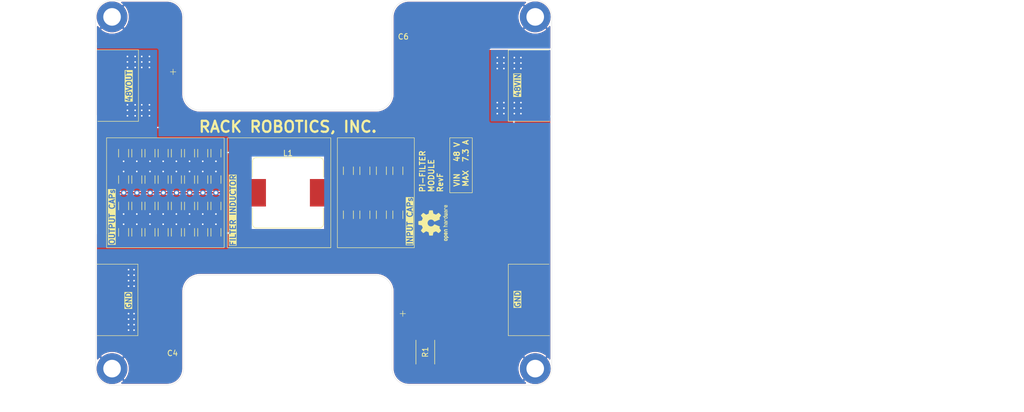
<source format=kicad_pcb>
(kicad_pcb (version 20241229) (generator "pcbnew") (generator_version "9.0")
  (title_block (title "Dual-Converter-Pi-FIlter-Module") (date "2025-05-21") (rev "F") (company "Rack Robotics, Inc.") (comment 1 "For High-Current Phase"))
  (layers (0 "F.Cu" signal) (4 "In1.Cu" power) (6 "In2.Cu" power) (2 "B.Cu" signal) (13 "F.Paste" user) (15 "B.Paste" user) (5 "F.SilkS" user "F.Silkscreen") (7 "B.SilkS" user "B.Silkscreen") (1 "F.Mask" user) (3 "B.Mask" user) (25 "Edge.Cuts" user))
  (net 0 "")
  (net 1 "GND")
  (net 2 "/FILTER_OUT")
  (net 3 "+48V")
  (footprint "MountingHole:MountingHole_3.2mm_M3_DIN965_Pad_TopBottom" (layer "F.Cu") (at 40 20)
    (property "Reference" "H1" (hide yes))
    (property "Value" "M3_DIN")
    (pad "1" thru_hole circle (at 0 0) (size 3.6 3.6) (drill 3.2) (layers "*.Cu" "*.Mask") (net 1 "GND"))
    (pad "1" connect circle (at 0 0) (size 5.6 5.6) (layers "F.Cu" "F.Mask") (net 1 "GND"))
    (pad "1" connect circle (at 0 0) (size 5.6 5.6) (layers "B.Cu" "B.Mask") (net 1 "GND"))
  )
  (footprint "Capacitor_SMD:C_1206_3216Metric" (layer "F.Cu") (at 92 48 90)
    (property "Reference" "C9" (hide yes))
    (property "Value" "10 uF")
    (pad "1" smd roundrect (at -1.475 0 90) (size 1.15 1.8) (layers "F.Cu" "F.Mask" "F.Paste") (roundrect_rratio 0.217391) (net 3 "+48V"))
    (pad "2" smd roundrect (at 1.475 0 90) (size 1.15 1.8) (layers "F.Cu" "F.Mask" "F.Paste") (roundrect_rratio 0.217391) (net 1 "GND"))
  )
  (footprint "Capacitor_SMD:C_1206_3216Metric" (layer "F.Cu") (at 44.5 44.8 90)
    (property "Reference" "C36" (hide yes))
    (property "Value" "10 uF")
    (pad "1" smd roundrect (at -1.475 0 90) (size 1.15 1.8) (layers "F.Cu" "F.Mask" "F.Paste") (roundrect_rratio 0.217391) (net 2 "/FILTER_OUT"))
    (pad "2" smd roundrect (at 1.475 0 90) (size 1.15 1.8) (layers "F.Cu" "F.Mask" "F.Paste") (roundrect_rratio 0.217391) (net 1 "GND"))
  )
  (footprint "Capacitor_SMD:C_1206_3216Metric" (layer "F.Cu") (at 49.3 54.4 90)
    (property "Reference" "C28" (hide yes))
    (property "Value" "10 uF")
    (pad "1" smd roundrect (at -1.475 0 90) (size 1.15 1.8) (layers "F.Cu" "F.Mask" "F.Paste") (roundrect_rratio 0.217391) (net 2 "/FILTER_OUT"))
    (pad "2" smd roundrect (at 1.475 0 90) (size 1.15 1.8) (layers "F.Cu" "F.Mask" "F.Paste") (roundrect_rratio 0.217391) (net 1 "GND"))
  )
  (footprint "Capacitor_SMD:C_1206_3216Metric" (layer "F.Cu") (at 42.1 54.4 90)
    (property "Reference" "C25" (hide yes))
    (property "Value" "10 uF")
    (pad "1" smd roundrect (at -1.475 0 90) (size 1.15 1.8) (layers "F.Cu" "F.Mask" "F.Paste") (roundrect_rratio 0.217391) (net 2 "/FILTER_OUT"))
    (pad "2" smd roundrect (at 1.475 0 90) (size 1.15 1.8) (layers "F.Cu" "F.Mask" "F.Paste") (roundrect_rratio 0.217391) (net 1 "GND"))
  )
  (footprint "Capacitor_SMD:C_1206_3216Metric" (layer "F.Cu") (at 44.5 54.4 90)
    (property "Reference" "C26" (hide yes))
    (property "Value" "10 uF")
    (pad "1" smd roundrect (at -1.475 0 90) (size 1.15 1.8) (layers "F.Cu" "F.Mask" "F.Paste") (roundrect_rratio 0.217391) (net 2 "/FILTER_OUT"))
    (pad "2" smd roundrect (at 1.475 0 90) (size 1.15 1.8) (layers "F.Cu" "F.Mask" "F.Paste") (roundrect_rratio 0.217391) (net 1 "GND"))
  )
  (footprint "Capacitor_SMD:C_1206_3216Metric" (layer "F.Cu") (at 51.7 54.4 90)
    (property "Reference" "C29" (hide yes))
    (property "Value" "10 uF")
    (pad "1" smd roundrect (at -1.475 0 90) (size 1.15 1.8) (layers "F.Cu" "F.Mask" "F.Paste") (roundrect_rratio 0.217391) (net 2 "/FILTER_OUT"))
    (pad "2" smd roundrect (at 1.475 0 90) (size 1.15 1.8) (layers "F.Cu" "F.Mask" "F.Paste") (roundrect_rratio 0.217391) (net 1 "GND"))
  )
  (footprint "Capacitor_SMD:C_1206_3216Metric" (layer "F.Cu") (at 89 48 90)
    (property "Reference" "C7" (hide yes))
    (property "Value" "10 uF")
    (pad "1" smd roundrect (at -1.475 0 90) (size 1.15 1.8) (layers "F.Cu" "F.Mask" "F.Paste") (roundrect_rratio 0.217391) (net 3 "+48V"))
    (pad "2" smd roundrect (at 1.475 0 90) (size 1.15 1.8) (layers "F.Cu" "F.Mask" "F.Paste") (roundrect_rratio 0.217391) (net 1 "GND"))
  )
  (footprint "Capacitor_SMD:C_1206_3216Metric" (layer "F.Cu") (at 56.5 44.8 90)
    (property "Reference" "C40" (hide yes))
    (property "Value" "10 uF")
    (pad "1" smd roundrect (at -1.475 0 90) (size 1.15 1.8) (layers "F.Cu" "F.Mask" "F.Paste") (roundrect_rratio 0.217391) (net 2 "/FILTER_OUT"))
    (pad "2" smd roundrect (at 1.475 0 90) (size 1.15 1.8) (layers "F.Cu" "F.Mask" "F.Paste") (roundrect_rratio 0.217391) (net 1 "GND"))
  )
  (footprint "Capacitor_SMD:C_1206_3216Metric" (layer "F.Cu") (at 83 48 90)
    (property "Reference" "C1" (hide yes))
    (property "Value" "10 uF")
    (pad "1" smd roundrect (at -1.475 0 90) (size 1.15 1.8) (layers "F.Cu" "F.Mask" "F.Paste") (roundrect_rratio 0.217391) (net 3 "+48V"))
    (pad "2" smd roundrect (at 1.475 0 90) (size 1.15 1.8) (layers "F.Cu" "F.Mask" "F.Paste") (roundrect_rratio 0.217391) (net 1 "GND"))
  )
  (footprint "Capacitor_SMD:C_1206_3216Metric" (layer "F.Cu") (at 56.5 59.2 -90)
    (property "Reference" "C13" (hide yes))
    (property "Value" "10 uF")
    (pad "1" smd roundrect (at -1.475 0 270) (size 1.15 1.8) (layers "F.Cu" "F.Mask" "F.Paste") (roundrect_rratio 0.217391) (net 2 "/FILTER_OUT"))
    (pad "2" smd roundrect (at 1.475 0 270) (size 1.15 1.8) (layers "F.Cu" "F.Mask" "F.Paste") (roundrect_rratio 0.217391) (net 1 "GND"))
  )
  (footprint "powercore-development:PHA225" (layer "F.Cu") (at 93.1025 27 -90)
    (property "Reference" "C6" (at -3.4 0.1025 180) (layer "F.SilkS"))
    (property "Value" "560 uF")
    (pad "1" smd rect (at 0 42) (size 2 4) (layers "F.Cu" "F.Mask" "F.Paste") (net 2 "/FILTER_OUT"))
    (pad "2" smd rect (at 0 0) (size 2 4) (layers "F.Cu" "F.Mask" "F.Paste") (net 1 "GND"))
  )
  (footprint "Capacitor_SMD:C_1206_3216Metric" (layer "F.Cu") (at 42.1 44.8 90)
    (property "Reference" "C11" (hide yes))
    (property "Value" "10 uF")
    (pad "1" smd roundrect (at -1.475 0 90) (size 1.15 1.8) (layers "F.Cu" "F.Mask" "F.Paste") (roundrect_rratio 0.217391) (net 2 "/FILTER_OUT"))
    (pad "2" smd roundrect (at 1.475 0 90) (size 1.15 1.8) (layers "F.Cu" "F.Mask" "F.Paste") (roundrect_rratio 0.217391) (net 1 "GND"))
  )
  (footprint "Capacitor_SMD:C_1206_3216Metric" (layer "F.Cu") (at 58.9 44.8 90)
    (property "Reference" "C41" (hide yes))
    (property "Value" "10 uF")
    (pad "1" smd roundrect (at -1.475 0 90) (size 1.15 1.8) (layers "F.Cu" "F.Mask" "F.Paste") (roundrect_rratio 0.217391) (net 2 "/FILTER_OUT"))
    (pad "2" smd roundrect (at 1.475 0 90) (size 1.15 1.8) (layers "F.Cu" "F.Mask" "F.Paste") (roundrect_rratio 0.217391) (net 1 "GND"))
  )
  (footprint "Capacitor_SMD:C_1206_3216Metric" (layer "F.Cu") (at 86 56 -90)
    (property "Reference" "C5" (hide yes))
    (property "Value" "10 uF")
    (pad "1" smd roundrect (at -1.475 0 270) (size 1.15 1.8) (layers "F.Cu" "F.Mask" "F.Paste") (roundrect_rratio 0.217391) (net 3 "+48V"))
    (pad "2" smd roundrect (at 1.475 0 270) (size 1.15 1.8) (layers "F.Cu" "F.Mask" "F.Paste") (roundrect_rratio 0.217391) (net 1 "GND"))
  )
  (footprint "Capacitor_SMD:C_1206_3216Metric" (layer "F.Cu") (at 83 56 -90)
    (property "Reference" "C2" (hide yes))
    (property "Value" "10 uF")
    (pad "1" smd roundrect (at -1.475 0 270) (size 1.15 1.8) (layers "F.Cu" "F.Mask" "F.Paste") (roundrect_rratio 0.217391) (net 3 "+48V"))
    (pad "2" smd roundrect (at 1.475 0 270) (size 1.15 1.8) (layers "F.Cu" "F.Mask" "F.Paste") (roundrect_rratio 0.217391) (net 1 "GND"))
  )
  (footprint "Capacitor_SMD:C_1206_3216Metric" (layer "F.Cu") (at 54.1 59.2 -90)
    (property "Reference" "C12" (hide yes))
    (property "Value" "10 uF")
    (pad "1" smd roundrect (at -1.475 0 270) (size 1.15 1.8) (layers "F.Cu" "F.Mask" "F.Paste") (roundrect_rratio 0.217391) (net 2 "/FILTER_OUT"))
    (pad "2" smd roundrect (at 1.475 0 270) (size 1.15 1.8) (layers "F.Cu" "F.Mask" "F.Paste") (roundrect_rratio 0.217391) (net 1 "GND"))
  )
  (footprint "MountingHole:MountingHole_3.2mm_M3_DIN965_Pad_TopBottom" (layer "F.Cu") (at 117 84)
    (property "Reference" "H4" (hide yes))
    (property "Value" "M3_DIN")
    (pad "1" thru_hole circle (at 0 0) (size 3.6 3.6) (drill 3.2) (layers "*.Cu" "*.Mask") (net 1 "GND"))
    (pad "1" connect circle (at 0 0) (size 5.6 5.6) (layers "F.Cu" "F.Mask") (net 1 "GND"))
    (pad "1" connect circle (at 0 0) (size 5.6 5.6) (layers "B.Cu" "B.Mask") (net 1 "GND"))
  )
  (footprint "Capacitor_SMD:C_1206_3216Metric" (layer "F.Cu") (at 46.9 54.4 90)
    (property "Reference" "C27" (hide yes))
    (property "Value" "10 uF")
    (pad "1" smd roundrect (at -1.475 0 90) (size 1.15 1.8) (layers "F.Cu" "F.Mask" "F.Paste") (roundrect_rratio 0.217391) (net 2 "/FILTER_OUT"))
    (pad "2" smd roundrect (at 1.475 0 90) (size 1.15 1.8) (layers "F.Cu" "F.Mask" "F.Paste") (roundrect_rratio 0.217391) (net 1 "GND"))
  )
  (footprint "Capacitor_SMD:C_1206_3216Metric" (layer "F.Cu") (at 46.9 49.6 -90)
    (property "Reference" "C33" (hide yes))
    (property "Value" "10 uF")
    (pad "1" smd roundrect (at -1.475 0 270) (size 1.15 1.8) (layers "F.Cu" "F.Mask" "F.Paste") (roundrect_rratio 0.217391) (net 2 "/FILTER_OUT"))
    (pad "2" smd roundrect (at 1.475 0 270) (size 1.15 1.8) (layers "F.Cu" "F.Mask" "F.Paste") (roundrect_rratio 0.217391) (net 1 "GND"))
  )
  (footprint "Capacitor_SMD:C_1206_3216Metric" (layer "F.Cu") (at 58.9 49.6 -90)
    (property "Reference" "C24" (hide yes))
    (property "Value" "10 uF")
    (pad "1" smd roundrect (at -1.475 0 270) (size 1.15 1.8) (layers "F.Cu" "F.Mask" "F.Paste") (roundrect_rratio 0.217391) (net 2 "/FILTER_OUT"))
    (pad "2" smd roundrect (at 1.475 0 270) (size 1.15 1.8) (layers "F.Cu" "F.Mask" "F.Paste") (roundrect_rratio 0.217391) (net 1 "GND"))
  )
  (footprint "Capacitor_SMD:C_1206_3216Metric" (layer "F.Cu") (at 56.5 54.4 90)
    (property "Reference" "C18" (hide yes))
    (property "Value" "10 uF")
    (pad "1" smd roundrect (at -1.475 0 90) (size 1.15 1.8) (layers "F.Cu" "F.Mask" "F.Paste") (roundrect_rratio 0.217391) (net 2 "/FILTER_OUT"))
    (pad "2" smd roundrect (at 1.475 0 90) (size 1.15 1.8) (layers "F.Cu" "F.Mask" "F.Paste") (roundrect_rratio 0.217391) (net 1 "GND"))
  )
  (footprint "Capacitor_SMD:C_1206_3216Metric" (layer "F.Cu") (at 51.7 59.2 -90)
    (property "Reference" "C16" (hide yes))
    (property "Value" "10 uF")
    (pad "1" smd roundrect (at -1.475 0 270) (size 1.15 1.8) (layers "F.Cu" "F.Mask" "F.Paste") (roundrect_rratio 0.217391) (net 2 "/FILTER_OUT"))
    (pad "2" smd roundrect (at 1.475 0 270) (size 1.15 1.8) (layers "F.Cu" "F.Mask" "F.Paste") (roundrect_rratio 0.217391) (net 1 "GND"))
  )
  (footprint "Fiducial:Fiducial_1mm_Mask2mm" (layer "F.Cu") (at 112 20)
    (property "Reference" "REF**" (hide yes))
    (property "Value" "Fiducial_1mm_Mask2mm")
    (pad "" smd circle (at 0 0) (size 1 1) (layers "F.Cu" "F.Mask") (clearance 0.5))
  )
  (footprint "Capacitor_SMD:C_1206_3216Metric" (layer "F.Cu") (at 46.9 44.8 90)
    (property "Reference" "C37" (hide yes))
    (property "Value" "10 uF")
    (pad "1" smd roundrect (at -1.475 0 90) (size 1.15 1.8) (layers "F.Cu" "F.Mask" "F.Paste") (roundrect_rratio 0.217391) (net 2 "/FILTER_OUT"))
    (pad "2" smd roundrect (at 1.475 0 90) (size 1.15 1.8) (layers "F.Cu" "F.Mask" "F.Paste") (roundrect_rratio 0.217391) (net 1 "GND"))
  )
  (footprint "powercore-development:PHA225" (layer "F.Cu") (at 50.8975 77 90)
    (property "Reference" "C4" (at -4.2 0.1025 180) (layer "F.SilkS"))
    (property "Value" "560 uF")
    (pad "1" smd rect (at 0 42 180) (size 2 4) (layers "F.Cu" "F.Mask" "F.Paste") (net 3 "+48V"))
    (pad "2" smd rect (at 0 0 180) (size 2 4) (layers "F.Cu" "F.Mask" "F.Paste") (net 1 "GND"))
  )
  (footprint "Capacitor_SMD:C_1206_3216Metric" (layer "F.Cu") (at 44.5 59.2 -90)
    (property "Reference" "C19" (hide yes))
    (property "Value" "10 uF")
    (pad "1" smd roundrect (at -1.475 0 270) (size 1.15 1.8) (layers "F.Cu" "F.Mask" "F.Paste") (roundrect_rratio 0.217391) (net 2 "/FILTER_OUT"))
    (pad "2" smd roundrect (at 1.475 0 270) (size 1.15 1.8) (layers "F.Cu" "F.Mask" "F.Paste") (roundrect_rratio 0.217391) (net 1 "GND"))
  )
  (footprint "Capacitor_SMD:C_1206_3216Metric" (layer "F.Cu") (at 49.3 49.6 -90)
    (property "Reference" "C34" (hide yes))
    (property "Value" "10 uF")
    (pad "1" smd roundrect (at -1.475 0 270) (size 1.15 1.8) (layers "F.Cu" "F.Mask" "F.Paste") (roundrect_rratio 0.217391) (net 2 "/FILTER_OUT"))
    (pad "2" smd roundrect (at 1.475 0 270) (size 1.15 1.8) (layers "F.Cu" "F.Mask" "F.Paste") (roundrect_rratio 0.217391) (net 1 "GND"))
  )
  (footprint "powercore-development:SRP1245A" (layer "F.Cu") (at 72 52 180)
    (property "Reference" "L1" (at 0 7.2 0) (layer "F.SilkS"))
    (property "Value" "18uH")
    (pad "1" smd rect (at -5.55 0 180) (size 3.1 5) (layers "F.Cu" "F.Mask" "F.Paste") (net 3 "+48V"))
    (pad "2" smd rect (at 5.55 0 180) (size 3.1 5) (layers "F.Cu" "F.Mask" "F.Paste") (net 2 "/FILTER_OUT"))
  )
  (footprint "MountingHole:MountingHole_3.2mm_M3_DIN965_Pad_TopBottom" (layer "F.Cu") (at 117 20)
    (property "Reference" "H2" (hide yes))
    (property "Value" "M3_DIN")
    (pad "1" thru_hole circle (at 0 0) (size 3.6 3.6) (drill 3.2) (layers "*.Cu" "*.Mask") (net 1 "GND"))
    (pad "1" connect circle (at 0 0) (size 5.6 5.6) (layers "F.Cu" "F.Mask") (net 1 "GND"))
    (pad "1" connect circle (at 0 0) (size 5.6 5.6) (layers "B.Cu" "B.Mask") (net 1 "GND"))
  )
  (footprint "Capacitor_SMD:C_1206_3216Metric" (layer "F.Cu") (at 42.1 59.2 -90)
    (property "Reference" "C22" (hide yes))
    (property "Value" "10 uF")
    (pad "1" smd roundrect (at -1.475 0 270) (size 1.15 1.8) (layers "F.Cu" "F.Mask" "F.Paste") (roundrect_rratio 0.217391) (net 2 "/FILTER_OUT"))
    (pad "2" smd roundrect (at 1.475 0 270) (size 1.15 1.8) (layers "F.Cu" "F.Mask" "F.Paste") (roundrect_rratio 0.217391) (net 1 "GND"))
  )
  (footprint "Capacitor_SMD:C_1206_3216Metric" (layer "F.Cu") (at 46.9 59.2 -90)
    (property "Reference" "C20" (hide yes))
    (property "Value" "10 uF")
    (pad "1" smd roundrect (at -1.475 0 270) (size 1.15 1.8) (layers "F.Cu" "F.Mask" "F.Paste") (roundrect_rratio 0.217391) (net 2 "/FILTER_OUT"))
    (pad "2" smd roundrect (at 1.475 0 270) (size 1.15 1.8) (layers "F.Cu" "F.Mask" "F.Paste") (roundrect_rratio 0.217391) (net 1 "GND"))
  )
  (footprint "Capacitor_SMD:C_1206_3216Metric" (layer "F.Cu") (at 44.5 49.6 -90)
    (property "Reference" "C32" (hide yes))
    (property "Value" "10 uF")
    (pad "1" smd roundrect (at -1.475 0 270) (size 1.15 1.8) (layers "F.Cu" "F.Mask" "F.Paste") (roundrect_rratio 0.217391) (net 2 "/FILTER_OUT"))
    (pad "2" smd roundrect (at 1.475 0 270) (size 1.15 1.8) (layers "F.Cu" "F.Mask" "F.Paste") (roundrect_rratio 0.217391) (net 1 "GND"))
  )
  (footprint "Capacitor_SMD:C_1206_3216Metric" (layer "F.Cu") (at 58.9 54.4 90)
    (property "Reference" "C21" (hide yes))
    (property "Value" "10 uF")
    (pad "1" smd roundrect (at -1.475 0 90) (size 1.15 1.8) (layers "F.Cu" "F.Mask" "F.Paste") (roundrect_rratio 0.217391) (net 2 "/FILTER_OUT"))
    (pad "2" smd roundrect (at 1.475 0 90) (size 1.15 1.8) (layers "F.Cu" "F.Mask" "F.Paste") (roundrect_rratio 0.217391) (net 1 "GND"))
  )
  (footprint "Capacitor_SMD:C_1206_3216Metric" (layer "F.Cu") (at 56.5 49.6 -90)
    (property "Reference" "C23" (hide yes))
    (property "Value" "10 uF")
    (pad "1" smd roundrect (at -1.475 0 270) (size 1.15 1.8) (layers "F.Cu" "F.Mask" "F.Paste") (roundrect_rratio 0.217391) (net 2 "/FILTER_OUT"))
    (pad "2" smd roundrect (at 1.475 0 270) (size 1.15 1.8) (layers "F.Cu" "F.Mask" "F.Paste") (roundrect_rratio 0.217391) (net 1 "GND"))
  )
  (footprint "Capacitor_SMD:C_1206_3216Metric" (layer "F.Cu") (at 58.9 59.2 -90)
    (property "Reference" "C14" (hide yes))
    (property "Value" "10 uF")
    (pad "1" smd roundrect (at -1.475 0 270) (size 1.15 1.8) (layers "F.Cu" "F.Mask" "F.Paste") (roundrect_rratio 0.217391) (net 2 "/FILTER_OUT"))
    (pad "2" smd roundrect (at 1.475 0 270) (size 1.15 1.8) (layers "F.Cu" "F.Mask" "F.Paste") (roundrect_rratio 0.217391) (net 1 "GND"))
  )
  (footprint "Capacitor_SMD:C_1206_3216Metric" (layer "F.Cu") (at 49.3 44.8 90)
    (property "Reference" "C38" (hide yes))
    (property "Value" "10 uF")
    (pad "1" smd roundrect (at -1.475 0 90) (size 1.15 1.8) (layers "F.Cu" "F.Mask" "F.Paste") (roundrect_rratio 0.217391) (net 2 "/FILTER_OUT"))
    (pad "2" smd roundrect (at 1.475 0 90) (size 1.15 1.8) (layers "F.Cu" "F.Mask" "F.Paste") (roundrect_rratio 0.217391) (net 1 "GND"))
  )
  (footprint "Capacitor_SMD:C_1206_3216Metric" (layer "F.Cu") (at 92 56 -90)
    (property "Reference" "C10" (hide yes))
    (property "Value" "10 uF")
    (pad "1" smd roundrect (at -1.475 0 270) (size 1.15 1.8) (layers "F.Cu" "F.Mask" "F.Paste") (roundrect_rratio 0.217391) (net 3 "+48V"))
    (pad "2" smd roundrect (at 1.475 0 270) (size 1.15 1.8) (layers "F.Cu" "F.Mask" "F.Paste") (roundrect_rratio 0.217391) (net 1 "GND"))
  )
  (footprint "Capacitor_SMD:C_1206_3216Metric" (layer "F.Cu") (at 54.1 54.4 90)
    (property "Reference" "C17" (hide yes))
    (property "Value" "10 uF")
    (pad "1" smd roundrect (at -1.475 0 90) (size 1.15 1.8) (layers "F.Cu" "F.Mask" "F.Paste") (roundrect_rratio 0.217391) (net 2 "/FILTER_OUT"))
    (pad "2" smd roundrect (at 1.475 0 90) (size 1.15 1.8) (layers "F.Cu" "F.Mask" "F.Paste") (roundrect_rratio 0.217391) (net 1 "GND"))
  )
  (footprint "Capacitor_SMD:C_1206_3216Metric" (layer "F.Cu") (at 54.1 49.6 -90)
    (property "Reference" "C35" (hide yes))
    (property "Value" "10 uF")
    (pad "1" smd roundrect (at -1.475 0 270) (size 1.15 1.8) (layers "F.Cu" "F.Mask" "F.Paste") (roundrect_rratio 0.217391) (net 2 "/FILTER_OUT"))
    (pad "2" smd roundrect (at 1.475 0 270) (size 1.15 1.8) (layers "F.Cu" "F.Mask" "F.Paste") (roundrect_rratio 0.217391) (net 1 "GND"))
  )
  (footprint "Symbol:OSHW-Logo2_7.3x6mm_SilkScreen" (layer "F.Cu") (at 98.5 57.5 90)
    (property "Reference" "REF**" (hide yes))
    (property "Value" "OSHW-Logo2_7.3x6mm_SilkScreen" (hide yes))
  )
  (footprint "MountingHole:MountingHole_3.2mm_M3_DIN965_Pad_TopBottom" (layer "F.Cu") (at 40 84)
    (property "Reference" "H3" (hide yes))
    (property "Value" "M3_DIN")
    (pad "1" thru_hole circle (at 0 0) (size 3.6 3.6) (drill 3.2) (layers "*.Cu" "*.Mask") (net 1 "GND"))
    (pad "1" connect circle (at 0 0) (size 5.6 5.6) (layers "F.Cu" "F.Mask") (net 1 "GND"))
    (pad "1" connect circle (at 0 0) (size 5.6 5.6) (layers "B.Cu" "B.Mask") (net 1 "GND"))
  )
  (footprint "Fiducial:Fiducial_1mm_Mask2mm" (layer "F.Cu") (at 45 20)
    (property "Reference" "REF**" (hide yes))
    (property "Value" "Fiducial_1mm_Mask2mm")
    (pad "" smd circle (at 0 0) (size 1 1) (layers "F.Cu" "F.Mask") (clearance 0.5))
  )
  (footprint "Capacitor_SMD:C_1206_3216Metric" (layer "F.Cu") (at 51.7 49.6 -90)
    (property "Reference" "C42" (hide yes))
    (property "Value" "10 uF")
    (pad "1" smd roundrect (at -1.475 0 270) (size 1.15 1.8) (layers "F.Cu" "F.Mask" "F.Paste") (roundrect_rratio 0.217391) (net 2 "/FILTER_OUT"))
    (pad "2" smd roundrect (at 1.475 0 270) (size 1.15 1.8) (layers "F.Cu" "F.Mask" "F.Paste") (roundrect_rratio 0.217391) (net 1 "GND"))
  )
  (footprint "Capacitor_SMD:C_1206_3216Metric" (layer "F.Cu") (at 51.7 44.8 90)
    (property "Reference" "C30" (hide yes))
    (property "Value" "10 uF")
    (pad "1" smd roundrect (at -1.475 0 90) (size 1.15 1.8) (layers "F.Cu" "F.Mask" "F.Paste") (roundrect_rratio 0.217391) (net 2 "/FILTER_OUT"))
    (pad "2" smd roundrect (at 1.475 0 90) (size 1.15 1.8) (layers "F.Cu" "F.Mask" "F.Paste") (roundrect_rratio 0.217391) (net 1 "GND"))
  )
  (footprint "Fiducial:Fiducial_1mm_Mask2mm" (layer "F.Cu") (at 45 84)
    (property "Reference" "REF**" (hide yes))
    (property "Value" "Fiducial_1mm_Mask2mm")
    (pad "" smd circle (at 0 0) (size 1 1) (layers "F.Cu" "F.Mask") (clearance 0.5))
  )
  (footprint "Capacitor_SMD:C_1206_3216Metric" (layer "F.Cu") (at 54.1 44.8 90)
    (property "Reference" "C39" (hide yes))
    (property "Value" "10 uF")
    (pad "1" smd roundrect (at -1.475 0 90) (size 1.15 1.8) (layers "F.Cu" "F.Mask" "F.Paste") (roundrect_rratio 0.217391) (net 2 "/FILTER_OUT"))
    (pad "2" smd roundrect (at 1.475 0 90) (size 1.15 1.8) (layers "F.Cu" "F.Mask" "F.Paste") (roundrect_rratio 0.217391) (net 1 "GND"))
  )
  (footprint "Capacitor_SMD:C_1206_3216Metric" (layer "F.Cu") (at 86 48 90)
    (property "Reference" "C3" (hide yes))
    (property "Value" "10 uF")
    (pad "1" smd roundrect (at -1.475 0 90) (size 1.15 1.8) (layers "F.Cu" "F.Mask" "F.Paste") (roundrect_rratio 0.217391) (net 3 "+48V"))
    (pad "2" smd roundrect (at 1.475 0 90) (size 1.15 1.8) (layers "F.Cu" "F.Mask" "F.Paste") (roundrect_rratio 0.217391) (net 1 "GND"))
  )
  (footprint "Capacitor_SMD:C_1206_3216Metric" (layer "F.Cu") (at 49.3 59.2 -90)
    (property "Reference" "C15" (hide yes))
    (property "Value" "10 uF")
    (pad "1" smd roundrect (at -1.475 0 270) (size 1.15 1.8) (layers "F.Cu" "F.Mask" "F.Paste") (roundrect_rratio 0.217391) (net 2 "/FILTER_OUT"))
    (pad "2" smd roundrect (at 1.475 0 270) (size 1.15 1.8) (layers "F.Cu" "F.Mask" "F.Paste") (roundrect_rratio 0.217391) (net 1 "GND"))
  )
  (footprint "Capacitor_SMD:C_1206_3216Metric" (layer "F.Cu") (at 42.1 49.6 -90)
    (property "Reference" "C31" (hide yes))
    (property "Value" "10 uF")
    (pad "1" smd roundrect (at -1.475 0 270) (size 1.15 1.8) (layers "F.Cu" "F.Mask" "F.Paste") (roundrect_rratio 0.217391) (net 2 "/FILTER_OUT"))
    (pad "2" smd roundrect (at 1.475 0 270) (size 1.15 1.8) (layers "F.Cu" "F.Mask" "F.Paste") (roundrect_rratio 0.217391) (net 1 "GND"))
  )
  (footprint "Resistor_SMD:R_2512_6332Metric" (layer "F.Cu") (at 97 81 90)
    (property "Reference" "R1" (at 0 0 270) (layer "F.SilkS"))
    (property "Value" "4.7K")
    (pad "1" smd roundrect (at -2.9625 0 90) (size 1.225 3.35) (layers "F.Cu" "F.Mask" "F.Paste") (roundrect_rratio 0.204082) (net 1 "GND"))
    (pad "2" smd roundrect (at 2.9625 0 90) (size 1.225 3.35) (layers "F.Cu" "F.Mask" "F.Paste") (roundrect_rratio 0.204082) (net 3 "+48V"))
  )
  (footprint "Capacitor_SMD:C_1206_3216Metric" (layer "F.Cu") (at 89 56 -90)
    (property "Reference" "C8" (hide yes))
    (property "Value" "10 uF")
    (pad "1" smd roundrect (at -1.475 0 270) (size 1.15 1.8) (layers "F.Cu" "F.Mask" "F.Paste") (roundrect_rratio 0.217391) (net 3 "+48V"))
    (pad "2" smd roundrect (at 1.475 0 270) (size 1.15 1.8) (layers "F.Cu" "F.Mask" "F.Paste") (roundrect_rratio 0.217391) (net 1 "GND"))
  )
  (footprint "Fiducial:Fiducial_1mm_Mask2mm" (layer "F.Cu") (at 112 84)
    (property "Reference" "REF**" (hide yes))
    (property "Value" "Fiducial_1mm_Mask2mm")
    (pad "" smd circle (at 0 0) (size 1 1) (layers "F.Cu" "F.Mask") (clearance 0.5))
  )
  (gr_line (start 112.1 78) (end 112.1 65) (stroke (width 0.1)) (layer "F.SilkS"))
  (gr_line (start 37.2 65) (end 44.7 65) (stroke (width 0.1)) (layer "F.SilkS"))
  (gr_line (start 37.3 26) (end 44.8 26) (stroke (width 0.1)) (layer "F.SilkS"))
  (gr_line (start 119.5 26) (end 112.1 26) (stroke (width 0.1)) (layer "F.SilkS"))
  (gr_rect (start 101.45 42) (end 105.55 52) (stroke (width 0.1)) (fill no) (layer "F.SilkS"))
  (gr_line (start 37.3 78) (end 44.7 78) (stroke (width 0.1)) (layer "F.SilkS"))
  (gr_rect (start 61 42) (end 79.8 62) (stroke (width 0.1)) (fill no) (layer "F.SilkS"))
  (gr_rect (start 39 42) (end 60.4 62) (stroke (width 0.1)) (fill no) (layer "F.SilkS"))
  (gr_line (start 37.4 39) (end 44.8 39) (stroke (width 0.1)) (layer "F.SilkS"))
  (gr_line (start 112.1 39) (end 112.1 26) (stroke (width 0.1)) (layer "F.SilkS"))
  (gr_line (start 119.6 39) (end 112.1 39) (stroke (width 0.1)) (layer "F.SilkS"))
  (gr_line (start 119.5 65) (end 112.1 65) (stroke (width 0.1)) (layer "F.SilkS"))
  (gr_line (start 44.8 26) (end 44.8 39) (stroke (width 0.1)) (layer "F.SilkS"))
  (gr_line (start 61 62) (end 79.8 62) (stroke (width 0.1)) (layer "F.SilkS"))
  (gr_rect (start 81 42) (end 95 62) (stroke (width 0.1)) (fill no) (layer "F.SilkS"))
  (gr_line (start 44.7 65) (end 44.7 78) (stroke (width 0.1)) (layer "F.SilkS"))
  (gr_line (start 119.6 78) (end 112.1 78) (stroke (width 0.1)) (layer "F.SilkS"))
  (gr_line (start 53 34) (end 53 20) (stroke (width 0.05)) (layer "Edge.Cuts"))
  (gr_arc (start 91 34) (mid 90.12132 36.12132) (end 88 37) (stroke (width 0.05)) (layer "Edge.Cuts"))
  (gr_line (start 88 37) (end 56 37) (stroke (width 0.05)) (layer "Edge.Cuts"))
  (gr_arc (start 37 20) (mid 37.87868 17.87868) (end 40 17) (stroke (width 0.05)) (layer "Edge.Cuts"))
  (gr_arc (start 53 84) (mid 52.12132 86.12132) (end 50 87) (stroke (width 0.05)) (layer "Edge.Cuts"))
  (gr_arc (start 91 20) (mid 91.87868 17.87868) (end 94 17) (stroke (width 0.05)) (layer "Edge.Cuts"))
  (gr_line (start 120 20) (end 120 84) (stroke (width 0.05)) (layer "Edge.Cuts"))
  (gr_arc (start 50 17) (mid 52.12132 17.87868) (end 53 20) (stroke (width 0.05)) (layer "Edge.Cuts"))
  (gr_arc (start 94 87) (mid 91.87868 86.12132) (end 91 84) (stroke (width 0.05)) (layer "Edge.Cuts"))
  (gr_arc (start 56 37) (mid 53.87868 36.12132) (end 53 34) (stroke (width 0.05)) (layer "Edge.Cuts"))
  (gr_line (start 50 87) (end 40 87) (stroke (width 0.05)) (layer "Edge.Cuts"))
  (gr_line (start 50 17) (end 40 17) (stroke (width 0.05)) (layer "Edge.Cuts"))
  (gr_line (start 94 87) (end 117 87) (stroke (width 0.05)) (layer "Edge.Cuts"))
  (gr_line (start 56 67) (end 88 67) (stroke (width 0.05)) (layer "Edge.Cuts"))
  (gr_arc (start 53 70) (mid 53.87868 67.87868) (end 56 67) (stroke (width 0.05)) (layer "Edge.Cuts"))
  (gr_line (start 91 70) (end 91 84) (stroke (width 0.05)) (layer "Edge.Cuts"))
  (gr_arc (start 117 17) (mid 119.12132 17.87868) (end 120 20) (stroke (width 0.05)) (layer "Edge.Cuts"))
  (gr_line (start 91 20) (end 91 34) (stroke (width 0.05)) (layer "Edge.Cuts"))
  (gr_line (start 94 17) (end 117 17) (stroke (width 0.05)) (layer "Edge.Cuts"))
  (gr_line (start 37 84) (end 37 20) (stroke (width 0.05)) (layer "Edge.Cuts"))
  (gr_arc (start 120 84) (mid 119.12132 86.12132) (end 117 87) (stroke (width 0.05)) (layer "Edge.Cuts"))
  (gr_arc (start 88 67) (mid 90.12132 67.87868) (end 91 70) (stroke (width 0.05)) (layer "Edge.Cuts"))
  (gr_arc (start 40 87) (mid 37.87868 86.12132) (end 37 84) (stroke (width 0.05)) (layer "Edge.Cuts"))
  (gr_line (start 53 84) (end 53 70) (stroke (width 0.05)) (layer "Edge.Cuts"))
  (gr_text "FILTER INDUCTOR" (at 62 55.2 90) (layer "F.SilkS" knockout) (effects (font (size 1 1) (thickness 0.2) (bold yes))))
  (gr_text "RACK ROBOTICS, INC." (at 72 40 0) (layer "F.SilkS") (effects (font (size 2 2) (thickness 0.4) (bold yes))))
  (gr_text "OUTPUT CAPs" (at 40 56.4 90) (layer "F.SilkS" knockout) (effects (font (size 1 1) (thickness 0.2) (bold yes))))
  (gr_text "INPUT CAPs" (at 94.2 57.2 90) (layer "F.SilkS" knockout) (effects (font (size 1 1) (thickness 0.2) (bold yes))))
  (gr_text "VIN	 48 V\nMAX  7.3 A" (at 102.15 51 90) (layer "F.SilkS") (effects (font (size 1 1) (thickness 0.2) (bold yes)) (justify left top)))
  (gr_text "48VIN" (at 113.8 32.4 90) (layer "F.SilkS" knockout) (effects (font (size 1 1) (thickness 0.2) (bold yes))))
  (gr_text "48VOUT" (at 43.1 32.6 90) (layer "F.SilkS" knockout) (effects (font (size 1 1) (thickness 0.2) (bold yes))))
  (gr_text "GND" (at 113.8 71.4 90) (layer "F.SilkS" knockout) (effects (font (size 1 1) (thickness 0.2) (bold yes))))
  (gr_text "Pi-FILTER\nMODULE\nRevF" (at 95.9 52 90) (layer "F.SilkS") (effects (font (size 1 1) (thickness 0.2) (bold yes)) (justify left top)))
  (gr_text "GND" (at 43 71.6 90) (layer "F.SilkS" knockout) (effects (font (size 1 1) (thickness 0.2) (bold yes))))
  (segment (start 95.6 26.2) (end 92.44875 26.2) (width 0.4) (layer "F.Cu") (net 1))
  (segment (start 56.525 51.075) (end 56.525 52.925) (width 0.4) (layer "F.Cu") (net 1))
  (segment (start 51.6 76.2) (end 48.44875 76.2) (width 0.4) (layer "F.Cu") (net 1))
  (segment (start 51.725 51.075) (end 51.725 52.925) (width 0.4) (layer "F.Cu") (net 1))
  (segment (start 95.6 25.4) (end 92.44875 25.4) (width 0.4) (layer "F.Cu") (net 1))
  (segment (start 95.55125 27) (end 92.44875 27) (width 0.4) (layer "F.Cu") (net 1))
  (segment (start 44.525 51.075) (end 44.525 52.925) (width 0.4) (layer "F.Cu") (net 1))
  (segment (start 51.6 77.8) (end 48.44875 77.8) (width 0.4) (layer "F.Cu") (net 1))
  (segment (start 42.125 51.075) (end 42.125 52.925) (width 0.4) (layer "F.Cu") (net 1))
  (segment (start 54.125 51.075) (end 54.125 52.925) (width 0.4) (layer "F.Cu") (net 1))
  (segment (start 51.6 75.4) (end 48.44875 75.4) (width 0.4) (layer "F.Cu") (net 1))
  (segment (start 95.6 28.6) (end 92.44875 28.6) (width 0.4) (layer "F.Cu") (net 1))
  (segment (start 51.55125 77) (end 48.44875 77) (width 0.4) (layer "F.Cu") (net 1))
  (segment (start 95.6 27.8) (end 92.44875 27.8) (width 0.4) (layer "F.Cu") (net 1))
  (segment (start 51.6 78.6) (end 48.44875 78.6) (width 0.4) (layer "F.Cu") (net 1))
  (segment (start 49.325 51.075) (end 49.325 52.925) (width 0.4) (layer "F.Cu") (net 1))
  (segment (start 46.925 51.075) (end 46.925 52.925) (width 0.4) (layer "F.Cu") (net 1))
  (via (at 44 75) (size 0.6) (drill 0.3) (layers "F.Cu" "B.Cu") (net 1))
  (via (at 56.525 52) (size 1) (drill 0.6) (layers "F.Cu" "B.Cu") (net 1))
  (via (at 44 76) (size 0.6) (drill 0.3) (layers "F.Cu" "B.Cu") (net 1))
  (via (at 44 66) (size 0.6) (drill 0.3) (layers "F.Cu" "B.Cu") (net 1))
  (via (at 54.125 52) (size 1) (drill 0.6) (layers "F.Cu" "B.Cu") (net 1))
  (via (at 43 66) (size 0.6) (drill 0.3) (layers "F.Cu" "B.Cu") (net 1))
  (via (at 43 67) (size 0.6) (drill 0.3) (layers "F.Cu" "B.Cu") (net 1))
  (via (at 58.9 52) (size 1) (drill 0.6) (layers "F.Cu" "B.Cu") (net 1))
  (via (at 44 67) (size 0.6) (drill 0.3) (layers "F.Cu" "B.Cu") (net 1))
  (via (at 44 77) (size 0.6) (drill 0.3) (layers "F.Cu" "B.Cu") (net 1))
  (via (at 43 75) (size 0.6) (drill 0.3) (layers "F.Cu" "B.Cu") (net 1))
  (via (at 43 77) (size 0.6) (drill 0.3) (layers "F.Cu" "B.Cu") (net 1))
  (via (at 43 68) (size 0.6) (drill 0.3) (layers "F.Cu" "B.Cu") (net 1))
  (via (at 46.925 52) (size 1) (drill 0.6) (layers "F.Cu" "B.Cu") (net 1))
  (via (at 42.125 52) (size 1) (drill 0.6) (layers "F.Cu" "B.Cu") (net 1))
  (via (at 43 74) (size 0.6) (drill 0.3) (layers "F.Cu" "B.Cu") (net 1))
  (via (at 51.725 52) (size 1) (drill 0.6) (layers "F.Cu" "B.Cu") (net 1))
  (via (at 44 68) (size 0.6) (drill 0.3) (layers "F.Cu" "B.Cu") (net 1))
  (via (at 44 74) (size 0.6) (drill 0.3) (layers "F.Cu" "B.Cu") (net 1))
  (via (at 43 76) (size 0.6) (drill 0.3) (layers "F.Cu" "B.Cu") (net 1))
  (via (at 44 69) (size 0.6) (drill 0.3) (layers "F.Cu" "B.Cu") (net 1))
  (via (at 43 69) (size 0.6) (drill 0.3) (layers "F.Cu" "B.Cu") (net 1))
  (via (at 49.325 52) (size 1) (drill 0.6) (layers "F.Cu" "B.Cu") (net 1))
  (via (at 44.525 52) (size 1) (drill 0.6) (layers "F.Cu" "B.Cu") (net 1))
  (segment (start 51.75125 27) (end 48.64875 27) (width 0.4) (layer "F.Cu") (net 2))
  (segment (start 51.8 27.8) (end 48.64875 27.8) (width 0.4) (layer "F.Cu") (net 2))
  (segment (start 61.425 50.8) (end 65.4 50.8) (width 0.4) (layer "F.Cu") (net 2))
  (segment (start 51.8 28.6) (end 48.64875 28.6) (width 0.4) (layer "F.Cu") (net 2))
  (segment (start 61.425 53.2) (end 65.4 53.2) (width 0.4) (layer "F.Cu") (net 2))
  (segment (start 51.8 25.4) (end 48.64875 25.4) (width 0.4) (layer "F.Cu") (net 2))
  (segment (start 61.425 52) (end 65.4 52) (width 0.4) (layer "F.Cu") (net 2))
  (segment (start 51.8 26.2) (end 48.64875 26.2) (width 0.4) (layer "F.Cu") (net 2))
  (segment (start 61.425 49.8) (end 65.4 49.8) (width 0.4) (layer "F.Cu") (net 2))
  (segment (start 61.425 54.2) (end 65.4 54.2) (width 0.4) (layer "F.Cu") (net 2))
  (via (at 46.9 46.275) (size 0.6) (drill 0.3) (layers "F.Cu" "B.Cu") (net 2))
  (via (at 51.7 57.725) (size 0.6) (drill 0.3) (layers "F.Cu" "B.Cu") (net 2))
  (via (at 46.8 37) (size 0.6) (drill 0.3) (layers "F.Cu" "B.Cu") (net 2))
  (via (at 44.2 28.2) (size 0.6) (drill 0.3) (layers "F.Cu" "B.Cu") (net 2))
  (via (at 58.9 55.875) (size 0.6) (drill 0.3) (layers "F.Cu" "B.Cu") (net 2))
  (via (at 42.8 38) (size 0.6) (drill 0.3) (layers "F.Cu" "B.Cu") (net 2))
  (via (at 42.8 27.2) (size 0.6) (drill 0.3) (layers "F.Cu" "B.Cu") (net 2))
  (via (at 54.1 57.725) (size 0.6) (drill 0.3) (layers "F.Cu" "B.Cu") (net 2))
  (via (at 44.5 55.875) (size 0.6) (drill 0.3) (layers "F.Cu" "B.Cu") (net 2))
  (via (at 45.4 28.2) (size 0.6) (drill 0.3) (layers "F.Cu" "B.Cu") (net 2))
  (via (at 46.8 38) (size 0.6) (drill 0.3) (layers "F.Cu" "B.Cu") (net 2))
  (via (at 46.8 36) (size 0.6) (drill 0.3) (layers "F.Cu" "B.Cu") (net 2))
  (via (at 45.4 38) (size 0.6) (drill 0.3) (layers "F.Cu" "B.Cu") (net 2))
  (via (at 56.5 55.875) (size 0.6) (drill 0.3) (layers "F.Cu" "B.Cu") (net 2))
  (via (at 49.3 46.275) (size 0.6) (drill 0.3) (layers "F.Cu" "B.Cu") (net 2))
  (via (at 51.7 55.875) (size 0.6) (drill 0.3) (layers "F.Cu" "B.Cu") (net 2))
  (via (at 42.8 29.2) (size 0.6) (drill 0.3) (layers "F.Cu" "B.Cu") (net 2))
  (via (at 44.2 36) (size 0.6) (drill 0.3) (layers "F.Cu" "B.Cu") (net 2))
  (via (at 54.1 46.275) (size 0.6) (drill 0.3) (layers "F.Cu" "B.Cu") (net 2))
  (via (at 44.2 27.2) (size 0.6) (drill 0.3) (layers "F.Cu" "B.Cu") (net 2))
  (via (at 49.3 55.875) (size 0.6) (drill 0.3) (layers "F.Cu" "B.Cu") (net 2))
  (via (at 44.2 29.2) (size 0.6) (drill 0.3) (layers "F.Cu" "B.Cu") (net 2))
  (via (at 56.5 57.725) (size 0.6) (drill 0.3) (layers "F.Cu" "B.Cu") (net 2))
  (via (at 42.8 37) (size 0.6) (drill 0.3) (layers "F.Cu" "B.Cu") (net 2))
  (via (at 54.1 55.875) (size 0.6) (drill 0.3) (layers "F.Cu" "B.Cu") (net 2))
  (via (at 42.8 28.2) (size 0.6) (drill 0.3) (layers "F.Cu" "B.Cu") (net 2))
  (via (at 45.4 27.2) (size 0.6) (drill 0.3) (layers "F.Cu" "B.Cu") (net 2))
  (via (at 49.3 48.125) (size 0.6) (drill 0.3) (layers "F.Cu" "B.Cu") (net 2))
  (via (at 42.1 55.875) (size 0.6) (drill 0.3) (layers "F.Cu" "B.Cu") (net 2))
  (via (at 51.7 46.275) (size 0.6) (drill 0.3) (layers "F.Cu" "B.Cu") (net 2))
  (via (at 44.5 46.275) (size 0.6) (drill 0.3) (layers "F.Cu" "B.Cu") (net 2))
  (via (at 44.2 37) (size 0.6) (drill 0.3) (layers "F.Cu" "B.Cu") (net 2))
  (via (at 42.1 46.275) (size 0.6) (drill 0.3) (layers "F.Cu" "B.Cu") (net 2))
  (via (at 54.1 48.125) (size 0.6) (drill 0.3) (layers "F.Cu" "B.Cu") (net 2))
  (via (at 46.9 55.875) (size 0.6) (drill 0.3) (layers "F.Cu" "B.Cu") (net 2))
  (via (at 42.1 57.725) (size 0.6) (drill 0.3) (layers "F.Cu" "B.Cu") (net 2))
  (via (at 46.8 27.2) (size 0.6) (drill 0.3) (layers "F.Cu" "B.Cu") (net 2))
  (via (at 42.8 36) (size 0.6) (drill 0.3) (layers "F.Cu" "B.Cu") (net 2))
  (via (at 58.9 48.125) (size 0.6) (drill 0.3) (layers "F.Cu" "B.Cu") (net 2))
  (via (at 44.5 57.725) (size 0.6) (drill 0.3) (layers "F.Cu" "B.Cu") (net 2))
  (via (at 58.9 57.725) (size 0.6) (drill 0.3) (layers "F.Cu" "B.Cu") (net 2))
  (via (at 51.7 48.125) (size 0.6) (drill 0.3) (layers "F.Cu" "B.Cu") (net 2))
  (via (at 44.2 38) (size 0.6) (drill 0.3) (layers "F.Cu" "B.Cu") (net 2))
  (via (at 49.3 57.725) (size 0.6) (drill 0.3) (layers "F.Cu" "B.Cu") (net 2))
  (via (at 56.5 46.275) (size 0.6) (drill 0.3) (layers "F.Cu" "B.Cu") (net 2))
  (via (at 58.9 46.275) (size 0.6) (drill 0.3) (layers "F.Cu" "B.Cu") (net 2))
  (via (at 46.8 28.2) (size 0.6) (drill 0.3) (layers "F.Cu" "B.Cu") (net 2))
  (via (at 44.5 48.125) (size 0.6) (drill 0.3) (layers "F.Cu" "B.Cu") (net 2))
  (via (at 42.1 48.125) (size 0.6) (drill 0.3) (layers "F.Cu" "B.Cu") (net 2))
  (via (at 45.4 36) (size 0.6) (drill 0.3) (layers "F.Cu" "B.Cu") (net 2))
  (via (at 45.4 37) (size 0.6) (drill 0.3) (layers "F.Cu" "B.Cu") (net 2))
  (via (at 46.9 48.125) (size 0.6) (drill 0.3) (layers "F.Cu" "B.Cu") (net 2))
  (via (at 46.8 29.2) (size 0.6) (drill 0.3) (layers "F.Cu" "B.Cu") (net 2))
  (via (at 45.4 29.2) (size 0.6) (drill 0.3) (layers "F.Cu" "B.Cu") (net 2))
  (via (at 56.5 48.125) (size 0.6) (drill 0.3) (layers "F.Cu" "B.Cu") (net 2))
  (via (at 46.9 57.725) (size 0.6) (drill 0.3) (layers "F.Cu" "B.Cu") (net 2))
  (segment (start 83 52) (end 83 54.525) (width 0.4) (layer "F.Cu") (net 3))
  (segment (start 92 53) (end 78.801 53) (width 0.4) (layer "F.Cu") (net 3))
  (segment (start 92 53) (end 92 51) (width 0.4) (layer "F.Cu") (net 3))
  (segment (start 95.4 76.2) (end 92.24875 76.2) (width 0.4) (layer "F.Cu") (net 3))
  (segment (start 89 54.525) (end 89 49.475) (width 0.4) (layer "F.Cu") (net 3))
  (segment (start 78.801 51) (end 92 51) (width 0.4) (layer "F.Cu") (net 3))
  (segment (start 94.6 77) (end 92.24875 77) (width 0.4) (layer "F.Cu") (net 3))
  (segment (start 96.9625 78) (end 97 78.0375) (width 0.4) (layer "F.Cu") (net 3))
  (segment (start 92 51) (end 92 49.475) (width 0.4) (layer "F.Cu") (net 3))
  (segment (start 83 52) (end 78.801 52) (width 0.4) (layer "F.Cu") (net 3))
  (segment (start 94.6 78.6) (end 92.24875 78.6) (width 0.4) (layer "F.Cu") (net 3))
  (segment (start 94.6 77.8) (end 92.24875 77.8) (width 0.4) (layer "F.Cu") (net 3))
  (segment (start 95.4 75.4) (end 92.24875 75.4) (width 0.4) (layer "F.Cu") (net 3))
  (segment (start 92 54.525) (end 92 53) (width 0.4) (layer "F.Cu") (net 3))
  (segment (start 83 49.475) (end 83 52) (width 0.4) (layer "F.Cu") (net 3))
  (segment (start 86 49.475) (end 86 54.525) (width 0.4) (layer "F.Cu") (net 3))
  (segment (start 78.801 53) (end 78.801 51) (width 0.4) (layer "F.Cu") (net 3))
  (via (at 114.4 37.6) (size 0.6) (drill 0.3) (layers "F.Cu" "B.Cu") (net 3))
  (via (at 113.2 36.6) (size 0.6) (drill 0.3) (layers "F.Cu" "B.Cu") (net 3))
  (via (at 114.4 36.6) (size 0.6) (drill 0.3) (layers "F.Cu" "B.Cu") (net 3))
  (via (at 114.4 27.4) (size 0.6) (drill 0.3) (layers "F.Cu" "B.Cu") (net 3))
  (via (at 111.3 35.6) (size 0.6) (drill 0.3) (layers "F.Cu" "B.Cu") (net 3))
  (via (at 111.3 28.4) (size 0.6) (drill 0.3) (layers "F.Cu" "B.Cu") (net 3))
  (via (at 110.1 35.6) (size 0.6) (drill 0.3) (layers "F.Cu" "B.Cu") (net 3))
  (via (at 113.2 29.4) (size 0.6) (drill 0.3) (layers "F.Cu" "B.Cu") (net 3))
  (via (at 110.1 28.4) (size 0.6) (drill 0.3) (layers "F.Cu" "B.Cu") (net 3))
  (via (at 110.1 29.4) (size 0.6) (drill 0.3) (layers "F.Cu" "B.Cu") (net 3))
  (via (at 111.3 37.6) (size 0.6) (drill 0.3) (layers "F.Cu" "B.Cu") (net 3))
  (via (at 111.3 29.4) (size 0.6) (drill 0.3) (layers "F.Cu" "B.Cu") (net 3))
  (via (at 114.4 29.4) (size 0.6) (drill 0.3) (layers "F.Cu" "B.Cu") (net 3))
  (via (at 113.2 35.6) (size 0.6) (drill 0.3) (layers "F.Cu" "B.Cu") (net 3))
  (via (at 111.3 27.4) (size 0.6) (drill 0.3) (layers "F.Cu" "B.Cu") (net 3))
  (via (at 110.1 27.4) (size 0.6) (drill 0.3) (layers "F.Cu" "B.Cu") (net 3))
  (via (at 111.3 36.6) (size 0.6) (drill 0.3) (layers "F.Cu" "B.Cu") (net 3))
  (via (at 114.4 28.4) (size 0.6) (drill 0.3) (layers "F.Cu" "B.Cu") (net 3))
  (via (at 113.2 28.4) (size 0.6) (drill 0.3) (layers "F.Cu" "B.Cu") (net 3))
  (via (at 110.1 36.6) (size 0.6) (drill 0.3) (layers "F.Cu" "B.Cu") (net 3))
  (via (at 114.4 35.6) (size 0.6) (drill 0.3) (layers "F.Cu" "B.Cu") (net 3))
  (via (at 113.2 37.6) (size 0.6) (drill 0.3) (layers "F.Cu" "B.Cu") (net 3))
  (via (at 110.1 37.6) (size 0.6) (drill 0.3) (layers "F.Cu" "B.Cu") (net 3))
  (via (at 113.2 27.4) (size 0.6) (drill 0.3) (layers "F.Cu" "B.Cu") (net 3))
  (zone (net 2) (net_name "/FILTER_OUT") (layer "F.Cu") (priority 13) (connect_pads (clearance 0.25)) (min_thickness 0.25) (fill yes (thermal_gap 0.25) (thermal_bridge_width 0.4) (smoothing fillet) (radius 0.1))
    (polygon (pts (xy 37.4 59.2) (xy 37.4 54.4) (xy 63.4 54.4) (xy 63.4 59.2)))
  )
  (zone (net 2) (net_name "/FILTER_OUT") (layer "F.Cu") (priority 10) (connect_pads (clearance 0.25)) (min_thickness 0.25) (fill yes (thermal_gap 0.25) (thermal_bridge_width 0.4) (smoothing fillet) (radius 0.1))
    (polygon (pts (xy 37.4 59.2) (xy 37.4 38) (xy 37 38) (xy 37 25) (xy 48 25) (xy 52 25) (xy 52 29) (xy 50 29) (xy 50 40) (xy 40.6 40) (xy 40.6 59.2)))
  )
  (zone (net 2) (net_name "/FILTER_OUT") (layer "F.Cu") (priority 1) (connect_pads (clearance 0.25)) (min_thickness 0.25) (fill yes (thermal_gap 0.5) (thermal_bridge_width 0.5))
    (polygon (pts (xy 65 44.8) (xy 63.5 44.8) (xy 63.5 49) (xy 60.2 49) (xy 60.2 55) (xy 63.4 55) (xy 63.4 59.2) (xy 65 59.2)))
  )
  (zone (net 2) (net_name "/FILTER_OUT") (layer "F.Cu") (priority 13) (connect_pads (clearance 0.25)) (min_thickness 0.25) (fill yes (thermal_gap 0.25) (thermal_bridge_width 0.4) (smoothing fillet) (radius 0.1))
    (polygon (pts (xy 37.4 49.6) (xy 37.4 44.8) (xy 63.5 44.8) (xy 63.5 49.6)))
  )
  (zone (net 3) (net_name "+48V") (layer "F.Cu") (priority 1) (connect_pads (clearance 0.25)) (min_thickness 0.25) (fill yes (thermal_gap 0.5) (thermal_bridge_width 0.5))
    (polygon (pts (xy 78 49) (xy 78 55) (xy 98 55) (xy 98 75) (xy 92 75) (xy 92 79) (xy 113 79) (xy 113 38) (xy 120 38) (xy 120 26) (xy 98 26) (xy 98 49)))
  )
  (zone (net 1) (net_name "GND") (layer "F.Cu") (priority 14) (connect_pads (clearance 0.2)) (min_thickness 0.2) (fill yes (thermal_gap 0.2) (thermal_bridge_width 0.4) (smoothing fillet) (radius 0.1))
    (polygon (pts (xy 41.325 49.6) (xy 41.325 54.4) (xy 60.125 54.4) (xy 60.125 49.6)))
  )
  (zone (net 0) (net_name "") (layers "F.Cu" "B.Cu" "In1.Cu" "In2.Cu") (connect_pads (clearance 0)) (min_thickness 0.4)
    (keepout (tracks not_allowed) (vias not_allowed) (pads not_allowed) (copperpour not_allowed) (footprints allowed))
    (fill (thermal_gap 0.2) (thermal_bridge_width 0.4))
    (polygon (pts (xy 65.4 45.4) (xy 78.6 45.4) (xy 78.6 58.6) (xy 65.4 58.6)))
  )
  (zone (net 1) (net_name "GND") (layers "F.Cu" "B.Cu" "In1.Cu" "In2.Cu") (connect_pads (clearance 0.25)) (min_thickness 0.25) (fill yes (thermal_gap 0.25) (thermal_bridge_width 0.4) (smoothing fillet) (radius 0.1))
    (polygon (pts (xy 37 87) (xy 37 17) (xy 120 17) (xy 120 87)))
  )
  (zone (net 1) (net_name "GND") (layer "B.Cu") (priority 3) (connect_pads (clearance 0.25)) (min_thickness 0.25) (fill yes (thermal_gap 0.5) (thermal_bridge_width 0.5))
    (polygon (pts (xy 120 65) (xy 112.1 65) (xy 112.1 78) (xy 120 78)))
  )
  (zone (net 2) (net_name "/FILTER_OUT") (layer "B.Cu") (priority 3) (connect_pads (clearance 0.25)) (min_thickness 0.25) (fill yes (thermal_gap 0.5) (thermal_bridge_width 0.5))
    (polygon (pts (xy 36.9 62) (xy 61 62) (xy 61 42) (xy 48.2 42) (xy 48.2 26) (xy 36.9 26)))
  )
  (zone (net 1) (net_name "GND") (layer "B.Cu") (priority 3) (connect_pads (clearance 0.25)) (min_thickness 0.25) (fill yes (thermal_gap 0.5) (thermal_bridge_width 0.5))
    (polygon (pts (xy 36.8 78) (xy 44.7 78) (xy 44.7 65) (xy 36.8 65)))
  )
  (zone (net 3) (net_name "+48V") (layer "B.Cu") (priority 3) (connect_pads (clearance 0.25)) (min_thickness 0.25) (fill yes (thermal_gap 0.5) (thermal_bridge_width 0.5))
    (polygon (pts (xy 120 26) (xy 108.9 26) (xy 108.9 39) (xy 120 39)))
  )
)
</source>
